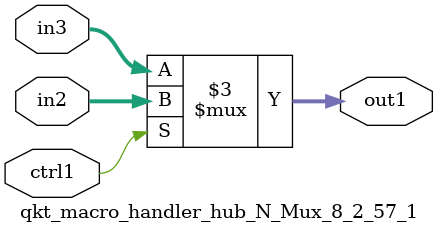
<source format=v>

`timescale 1ps / 1ps


module qkt_macro_handler_hub_N_Mux_8_2_57_1( in3, in2, ctrl1, out1 );

    input [7:0] in3;
    input [7:0] in2;
    input ctrl1;
    output [7:0] out1;
    reg [7:0] out1;

    
    // rtl_process:qkt_macro_handler_hub_N_Mux_8_2_57_1/qkt_macro_handler_hub_N_Mux_8_2_57_1_thread_1
    always @*
      begin : qkt_macro_handler_hub_N_Mux_8_2_57_1_thread_1
        case (ctrl1) 
          1'b1: 
            begin
              out1 = in2;
            end
          default: 
            begin
              out1 = in3;
            end
        endcase
      end

endmodule



</source>
